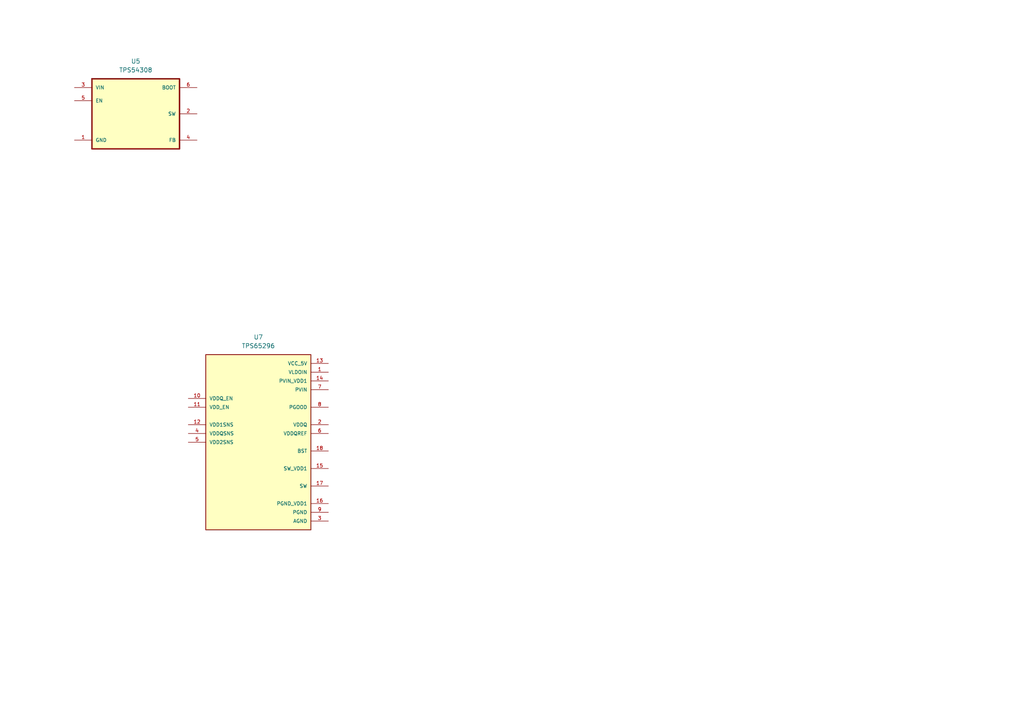
<source format=kicad_sch>
(kicad_sch (version 20231120) (generator "eeschema") (generator_version "8.0")
  (paper "A4")
  (title_block (title "NanoCompute") (date "2025-01-06") (rev "v1.0"))
  (lib_symbols
    (symbol "CBSymLib:TPS54308DDCR" (pin_names (offset 1.016))
      (property "Reference" "U" (at -12.7 11.16 0))
      (property "Value" "TPS54308" (at -12.7 -14.16 0))
      (symbol "TPS54308DDCR_0_0"
        (rectangle (start -12.7 10.16) (end 12.7 -10.16) (stroke (width 0.41)) (fill (type background)))
        (pin power_in line (at -17.78 -7.62 0) (length 5.08) (name "GND") (number "1"))
        (pin output line (at 17.78 0 180) (length 5.08) (name "SW") (number "2"))
        (pin input line (at -17.78 7.62 0) (length 5.08) (name "VIN") (number "3"))
        (pin input line (at 17.78 -7.62 180) (length 5.08) (name "FB") (number "4"))
        (pin input line (at -17.78 3.81 0) (length 5.08) (name "EN") (number "5"))
        (pin output line (at 17.78 7.62 180) (length 5.08) (name "BOOT") (number "6"))
      )
    )
    (symbol "CBSymLib:TPS65296RJER" (pin_names (offset 1.016))
      (property "Reference" "U" (at -15.24 26.162 0))
      (property "Value" "TPS65296" (at -15.24 -27.94 0))
      (symbol "TPS65296RJER_0_0"
        (rectangle (start -15.24 -25.4) (end 15.24 25.4) (stroke (width 0.254)) (fill (type background)))
        (pin power_in line (at 20.32 20.32 180) (length 5.08) (name "VLDOIN") (number "1"))
        (pin input line (at -20.32 12.7 0) (length 5.08) (name "VDDQ_EN") (number "10"))
        (pin input line (at -20.32 10.16 0) (length 5.08) (name "VDD_EN") (number "11"))
        (pin input line (at -20.32 5.08 0) (length 5.08) (name "VDD1SNS") (number "12"))
        (pin power_in line (at 20.32 22.86 180) (length 5.08) (name "VCC_5V") (number "13"))
        (pin power_in line (at 20.32 17.78 180) (length 5.08) (name "PVIN_VDD1") (number "14"))
        (pin output line (at 20.32 -7.62 180) (length 5.08) (name "SW_VDD1") (number "15"))
        (pin power_in line (at 20.32 -17.78 180) (length 5.08) (name "PGND_VDD1") (number "16"))
        (pin output line (at 20.32 -12.7 180) (length 5.08) (name "SW") (number "17"))
        (pin input line (at 20.32 -2.54 180) (length 5.08) (name "BST") (number "18"))
        (pin output line (at 20.32 5.08 180) (length 5.08) (name "VDDQ") (number "2"))
        (pin power_in line (at 20.32 -22.86 180) (length 5.08) (name "AGND") (number "3"))
        (pin input line (at -20.32 2.54 0) (length 5.08) (name "VDDQSNS") (number "4"))
        (pin input line (at -20.32 0 0) (length 5.08) (name "VDD2SNS") (number "5"))
        (pin output line (at 20.32 2.54 180) (length 5.08) (name "VDDQREF") (number "6"))
        (pin power_in line (at 20.32 15.24 180) (length 5.08) (name "PVIN") (number "7"))
        (pin output line (at 20.32 10.16 180) (length 5.08) (name "PGOOD") (number "8"))
        (pin power_in line (at 20.32 -20.32 180) (length 5.08) (name "PGND") (number "9"))
      )
    )
  )
  (symbol (lib_id "CBSymLib:TPS65296RJER") (at 74.93 128.27 0) (unit 1)
    (property "Reference" "U7" (at 74.93 97.79 0))
    (property "Value" "TPS65296" (at 74.93 100.33 0))
    (property "Footprint" "CBFtLib:TPS65296RJER" (effects (hide yes)))
    (property "Datasheet" "https://www.ti.com/general/docs/suppproductinfo.tsp?distId=10&gotoUrl=https%3A%2F%2Fwww.ti.com%2Flit%2Fgpn%2Ftps65296" (effects (hide yes)))
    (property "Description" "Converter, Notebook Power System Voltage Regulator IC 2 Output 18-VQFN-HR (3x3)" (effects (hide yes)))
    (property "Digikey stock" "5,921 - 4/1/2024" (effects (hide yes)))
    (property "MPN" "TPS65296RJER" (effects (hide yes)))
  )
  (symbol (lib_id "CBSymLib:TPS54308DDCR") (at 39.37 33.02 0) (unit 1)
    (property "Reference" "U5" (at 39.37 17.78 0))
    (property "Value" "TPS54308" (at 39.37 20.32 0))
    (property "Footprint" "CBFtLib:TPS54308DDCR" (effects (hide yes)))
    (property "Datasheet" "https://www.ti.com/general/docs/suppproductinfo.tsp?distId=10&gotoUrl=https%3A%2F%2Fwww.ti.com%2Flit%2Fgpn%2Ftps54308" (effects (hide yes)))
    (property "Description" "Buck Switching Regulator IC Positive Adjustable 1V 1 Output 3A SOT-23-6 Thin, TSOT-23-6" (effects (hide yes)))
    (property "Digikey stock" "13,511 - 29/12/2024" (effects (hide yes)))
    (property "MPN" "TPS54308DDCR" (effects (hide yes)))
  )
)
</source>
